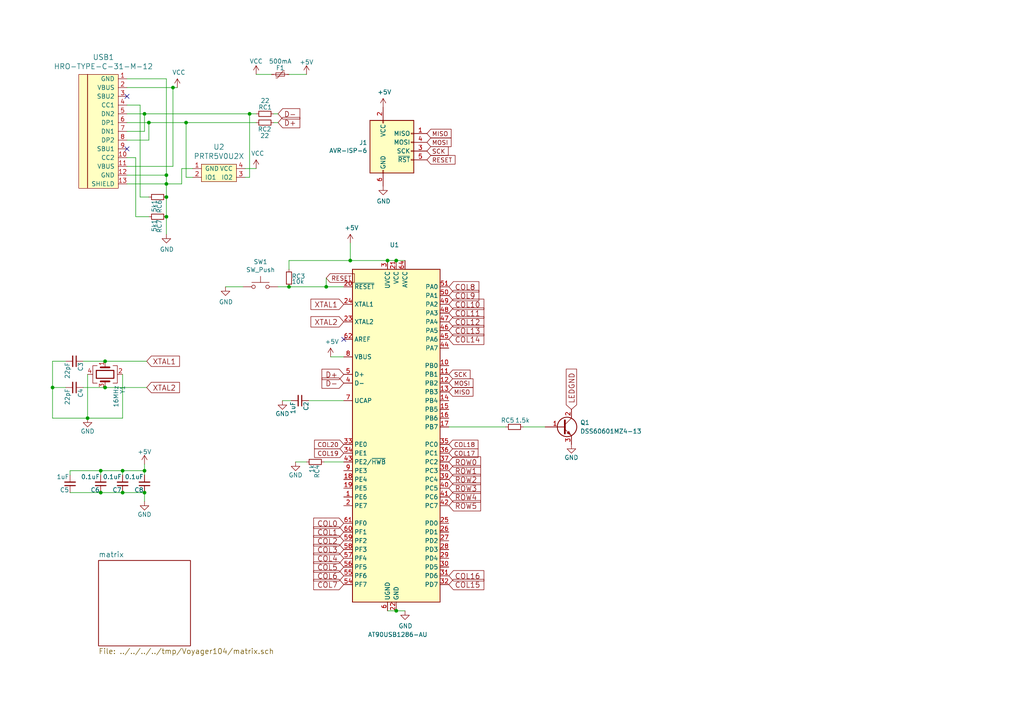
<source format=kicad_sch>
(kicad_sch (version 20230121) (generator eeschema)
  (paper "A4")
  (lib_symbols
    (symbol "Device:C_Small" (pin_numbers hide) (pin_names (offset 0.254) hide)
      (property "Reference" "C" (at 0.254 1.778 0))
      (property "Value" "C_Small" (at 0.254 -2.032 0))
      (symbol "C_Small_0_1"
        (polyline (pts (xy -1.524 -0.508) (xy 1.524 -0.508)) (stroke (width 0.3302)))
        (polyline (pts (xy -1.524 0.508) (xy 1.524 0.508)) (stroke (width 0.3048)))
      )
      (symbol "C_Small_1_1"
        (pin passive line (at 0 2.54 270) (length 2.032) (name "~") (number "1"))
        (pin passive line (at 0 -2.54 90) (length 2.032) (name "~") (number "2"))
      )
    )
    (symbol "Device:Crystal_GND24" (pin_names (offset 1.016) hide)
      (property "Reference" "Y" (at 3.175 5.08 0))
      (property "Value" "Crystal_GND24" (at 3.175 3.175 0))
      (symbol "Crystal_GND24_0_1"
        (rectangle (start -1.143 2.54) (end 1.143 -2.54) (stroke (width 0.3048)))
        (polyline (pts (xy -2.54 0) (xy -2.032 0)))
        (polyline (pts (xy -2.032 -1.27) (xy -2.032 1.27)) (stroke (width 0.508)))
        (polyline (pts (xy 0 -3.81) (xy 0 -3.556)))
        (polyline (pts (xy 0 3.556) (xy 0 3.81)))
        (polyline (pts (xy 2.032 -1.27) (xy 2.032 1.27)) (stroke (width 0.508)))
        (polyline (pts (xy 2.032 0) (xy 2.54 0)))
        (polyline (pts (xy -2.54 -2.286) (xy -2.54 -3.556) (xy 2.54 -3.556) (xy 2.54 -2.286)))
        (polyline (pts (xy -2.54 2.286) (xy -2.54 3.556) (xy 2.54 3.556) (xy 2.54 2.286)))
      )
      (symbol "Crystal_GND24_1_1"
        (pin passive line (at -3.81 0 0) (length 1.27) (name "1") (number "1"))
        (pin passive line (at 0 5.08 270) (length 1.27) (name "2") (number "2"))
        (pin passive line (at 3.81 0 180) (length 1.27) (name "3") (number "3"))
        (pin passive line (at 0 -5.08 90) (length 1.27) (name "4") (number "4"))
      )
    )
    (symbol "Device:Polyfuse_Small" (pin_numbers hide) (pin_names (offset 0))
      (property "Reference" "F" (at -1.905 0 90))
      (property "Value" "Polyfuse_Small" (at 1.905 0 90))
      (symbol "Polyfuse_Small_0_1"
        (rectangle (start -0.508 1.27) (end 0.508 -1.27))
        (polyline (pts (xy 0 2.54) (xy 0 -2.54)))
        (polyline (pts (xy -1.016 1.27) (xy -1.016 0.762) (xy 1.016 -0.762) (xy 1.016 -1.27)))
      )
      (symbol "Polyfuse_Small_1_1"
        (pin passive line (at 0 2.54 270) (length 0.635) (name "~") (number "1"))
        (pin passive line (at 0 -2.54 90) (length 0.635) (name "~") (number "2"))
      )
    )
    (symbol "Device:Q_NPN_BCE" (pin_names (offset 0) hide)
      (property "Reference" "Q" (at 5.08 1.27 0))
      (property "Value" "Q_NPN_BCE" (at 5.08 -1.27 0))
      (symbol "Q_NPN_BCE_0_1"
        (polyline (pts (xy 0.635 0.635) (xy 2.54 2.54)))
        (polyline (pts (xy 0.635 -0.635) (xy 2.54 -2.54) (xy 2.54 -2.54)))
        (polyline (pts (xy 0.635 1.905) (xy 0.635 -1.905) (xy 0.635 -1.905)) (stroke (width 0.508)))
        (polyline (pts (xy 1.27 -1.778) (xy 1.778 -1.27) (xy 2.286 -2.286) (xy 1.27 -1.778) (xy 1.27 -1.778)) (fill (type outline)))
        (circle (center 1.27 0) (radius 2.8194) (stroke (width 0.254)))
      )
      (symbol "Q_NPN_BCE_1_1"
        (pin input line (at -5.08 0 0) (length 5.715) (name "B") (number "1"))
        (pin passive line (at 2.54 5.08 270) (length 2.54) (name "C") (number "2"))
        (pin passive line (at 2.54 -5.08 90) (length 2.54) (name "E") (number "3"))
      )
    )
    (symbol "Device:R_Small" (pin_numbers hide) (pin_names (offset 0.254) hide)
      (property "Reference" "R" (at 0.762 0.508 0))
      (property "Value" "R_Small" (at 0.762 -1.016 0))
      (symbol "R_Small_0_1"
        (rectangle (start -0.762 1.778) (end 0.762 -1.778) (stroke (width 0.2032)))
      )
      (symbol "R_Small_1_1"
        (pin passive line (at 0 2.54 270) (length 0.762) (name "~") (number "1"))
        (pin passive line (at 0 -2.54 90) (length 0.762) (name "~") (number "2"))
      )
    )
    (symbol "Switch:SW_Push" (pin_numbers hide) (pin_names (offset 1.016) hide)
      (property "Reference" "SW" (at 1.27 2.54 0))
      (property "Value" "SW_Push" (at 0 -1.524 0))
      (symbol "SW_Push_0_1"
        (circle (center -2.032 0) (radius 0.508))
        (polyline (pts (xy 0 1.27) (xy 0 3.048)))
        (polyline (pts (xy 2.54 1.27) (xy -2.54 1.27)))
        (circle (center 2.032 0) (radius 0.508))
        (pin passive line (at -5.08 0 0) (length 2.54) (name "1") (number "1"))
        (pin passive line (at 5.08 0 180) (length 2.54) (name "2") (number "2"))
      )
    )
    (symbol "Voyager104-rescue:AT90USB1286-MU-MCU_Microchip_AVR"
      (property "Reference" "U" (at -12.7 49.53 0))
      (property "Value" "MCU_Microchip_AVR:AT90USB1286-MU" (at 2.54 -49.53 0))
      (symbol "AT90USB1286-MU-MCU_Microchip_AVR_0_1"
        (rectangle (start -12.7 -48.26) (end 12.7 48.26) (stroke (width 0.254)) (fill (type background)))
      )
      (symbol "AT90USB1286-MU-MCU_Microchip_AVR_1_1"
        (pin bidirectional line (at -15.24 -17.78 0) (length 2.54) (name "PE6") (number "1"))
        (pin bidirectional line (at 15.24 20.32 180) (length 2.54) (name "PB0") (number "10"))
        (pin bidirectional line (at 15.24 17.78 180) (length 2.54) (name "PB1") (number "11"))
        (pin bidirectional line (at 15.24 15.24 180) (length 2.54) (name "PB2") (number "12"))
        (pin bidirectional line (at 15.24 12.7 180) (length 2.54) (name "PB3") (number "13"))
        (pin bidirectional line (at 15.24 10.16 180) (length 2.54) (name "PB4") (number "14"))
        (pin bidirectional line (at 15.24 7.62 180) (length 2.54) (name "PB5") (number "15"))
        (pin bidirectional line (at 15.24 5.08 180) (length 2.54) (name "PB6") (number "16"))
        (pin bidirectional line (at 15.24 2.54 180) (length 2.54) (name "PB7") (number "17"))
        (pin bidirectional line (at -15.24 -12.7 0) (length 2.54) (name "PE4") (number "18"))
        (pin bidirectional line (at -15.24 -15.24 0) (length 2.54) (name "PE5") (number "19"))
        (pin bidirectional line (at -15.24 -20.32 0) (length 2.54) (name "PE7") (number "2"))
        (pin input line (at -15.24 43.18 0) (length 2.54) (name "~{RESET}") (number "20"))
        (pin power_in line (at 0 50.8 270) (length 2.54) (name "VCC") (number "21"))
        (pin power_in line (at 0 -50.8 90) (length 2.54) (name "GND") (number "22"))
        (pin bidirectional line (at -15.24 33.02 0) (length 2.54) (name "XTAL2") (number "23"))
        (pin bidirectional line (at -15.24 38.1 0) (length 2.54) (name "XTAL1") (number "24"))
        (pin bidirectional line (at 15.24 -25.4 180) (length 2.54) (name "PD0") (number "25"))
        (pin bidirectional line (at 15.24 -27.94 180) (length 2.54) (name "PD1") (number "26"))
        (pin bidirectional line (at 15.24 -30.48 180) (length 2.54) (name "PD2") (number "27"))
        (pin bidirectional line (at 15.24 -33.02 180) (length 2.54) (name "PD3") (number "28"))
        (pin bidirectional line (at 15.24 -35.56 180) (length 2.54) (name "PD4") (number "29"))
        (pin power_in line (at -2.54 50.8 270) (length 2.54) (name "UVCC") (number "3"))
        (pin bidirectional line (at 15.24 -38.1 180) (length 2.54) (name "PD5") (number "30"))
        (pin bidirectional line (at 15.24 -40.64 180) (length 2.54) (name "PD6") (number "31"))
        (pin bidirectional line (at 15.24 -43.18 180) (length 2.54) (name "PD7") (number "32"))
        (pin bidirectional line (at -15.24 -2.54 0) (length 2.54) (name "PE0") (number "33"))
        (pin bidirectional line (at -15.24 -5.08 0) (length 2.54) (name "PE1") (number "34"))
        (pin bidirectional line (at 15.24 -2.54 180) (length 2.54) (name "PC0") (number "35"))
        (pin bidirectional line (at 15.24 -5.08 180) (length 2.54) (name "PC1") (number "36"))
        (pin bidirectional line (at 15.24 -7.62 180) (length 2.54) (name "PC2") (number "37"))
        (pin bidirectional line (at 15.24 -10.16 180) (length 2.54) (name "PC3") (number "38"))
        (pin bidirectional line (at 15.24 -12.7 180) (length 2.54) (name "PC4") (number "39"))
        (pin bidirectional line (at -15.24 15.24 0) (length 2.54) (name "D-") (number "4"))
        (pin bidirectional line (at 15.24 -15.24 180) (length 2.54) (name "PC5") (number "40"))
        (pin bidirectional line (at 15.24 -17.78 180) (length 2.54) (name "PC6") (number "41"))
        (pin bidirectional line (at 15.24 -20.32 180) (length 2.54) (name "PC7") (number "42"))
        (pin bidirectional line (at -15.24 -7.62 0) (length 2.54) (name "PE2/~{HWB}") (number "43"))
        (pin bidirectional line (at 15.24 25.4 180) (length 2.54) (name "PA7") (number "44"))
        (pin bidirectional line (at 15.24 27.94 180) (length 2.54) (name "PA6") (number "45"))
        (pin bidirectional line (at 15.24 30.48 180) (length 2.54) (name "PA5") (number "46"))
        (pin bidirectional line (at 15.24 33.02 180) (length 2.54) (name "PA4") (number "47"))
        (pin bidirectional line (at 15.24 35.56 180) (length 2.54) (name "PA3") (number "48"))
        (pin bidirectional line (at 15.24 38.1 180) (length 2.54) (name "PA2") (number "49"))
        (pin bidirectional line (at -15.24 17.78 0) (length 2.54) (name "D+") (number "5"))
        (pin bidirectional line (at 15.24 40.64 180) (length 2.54) (name "PA1") (number "50"))
        (pin bidirectional line (at 15.24 43.18 180) (length 2.54) (name "PA0") (number "51"))
        (pin passive line (at 0 50.8 270) (length 2.54) hide (name "VCC") (number "52"))
        (pin passive line (at 0 -50.8 90) (length 2.54) hide (name "GND") (number "53"))
        (pin bidirectional line (at -15.24 -43.18 0) (length 2.54) (name "PF7") (number "54"))
        (pin bidirectional line (at -15.24 -40.64 0) (length 2.54) (name "PF6") (number "55"))
        (pin bidirectional line (at -15.24 -38.1 0) (length 2.54) (name "PF5") (number "56"))
        (pin bidirectional line (at -15.24 -35.56 0) (length 2.54) (name "PF4") (number "57"))
        (pin bidirectional line (at -15.24 -33.02 0) (length 2.54) (name "PF3") (number "58"))
        (pin bidirectional line (at -15.24 -30.48 0) (length 2.54) (name "PF2") (number "59"))
        (pin power_in line (at -2.54 -50.8 90) (length 2.54) (name "UGND") (number "6"))
        (pin bidirectional line (at -15.24 -27.94 0) (length 2.54) (name "PF1") (number "60"))
        (pin bidirectional line (at -15.24 -25.4 0) (length 2.54) (name "PF0") (number "61"))
        (pin input line (at -15.24 27.94 0) (length 2.54) (name "AREF") (number "62"))
        (pin passive line (at 0 -50.8 90) (length 2.54) hide (name "GND") (number "63"))
        (pin power_in line (at 2.54 50.8 270) (length 2.54) (name "AVCC") (number "64"))
        (pin passive line (at 0 -50.8 90) (length 2.54) hide (name "GND") (number "65"))
        (pin passive line (at -15.24 10.16 0) (length 2.54) (name "UCAP") (number "7"))
        (pin input line (at -15.24 22.86 0) (length 2.54) (name "VBUS") (number "8"))
        (pin bidirectional line (at -15.24 -10.16 0) (length 2.54) (name "PE3") (number "9"))
      )
    )
    (symbol "Voyager104-rescue:AVR-ISP-6-Connector" (pin_names (offset 1.016))
      (property "Reference" "J" (at 0 10.16 0))
      (property "Value" "Connector:AVR-ISP-6" (at 0 -7.62 0))
      (symbol "AVR-ISP-6-Connector_0_1"
        (rectangle (start -2.667 -5.588) (end -2.413 -6.35))
        (rectangle (start -2.667 8.89) (end -2.413 8.128))
        (rectangle (start 6.35 -2.413) (end 5.588 -2.667))
        (rectangle (start 6.35 0.127) (end 5.588 -0.127))
        (rectangle (start 6.35 2.667) (end 5.588 2.413))
        (rectangle (start 6.35 5.207) (end 5.588 4.953))
        (rectangle (start 6.35 8.89) (end -6.35 -6.35) (stroke (width 0.254)) (fill (type background)))
      )
      (symbol "AVR-ISP-6-Connector_1_1"
        (pin passive line (at 10.16 5.08 180) (length 3.81) (name "MISO") (number "1"))
        (pin power_in line (at -2.54 12.7 270) (length 3.81) (name "VCC") (number "2"))
        (pin passive line (at 10.16 0 180) (length 3.81) (name "SCK") (number "3"))
        (pin passive line (at 10.16 2.54 180) (length 3.81) (name "MOSI") (number "4"))
        (pin passive line (at 10.16 -2.54 180) (length 3.81) (name "~{RST}") (number "5"))
        (pin power_in line (at -2.54 -10.16 90) (length 3.81) (name "GND") (number "6"))
      )
    )
    (symbol "Voyager104-rescue:HRO-TYPE-C-31-M-12-Type-C" (pin_names (offset 1.016))
      (property "Reference" "USB" (at -5.08 16.51 0))
      (property "Value" "Type-C:HRO-TYPE-C-31-M-12" (at -10.16 -1.27 90))
      (symbol "HRO-TYPE-C-31-M-12-Type-C_0_1"
        (rectangle (start -11.43 15.24) (end -8.89 -17.78) (fill (type background)))
        (rectangle (start 0 -17.78) (end -8.89 15.24) (fill (type background)))
      )
      (symbol "HRO-TYPE-C-31-M-12-Type-C_1_1"
        (pin input line (at 2.54 13.97 180) (length 2.54) (name "GND") (number "1"))
        (pin input line (at 2.54 -8.89 180) (length 2.54) (name "CC2") (number "10"))
        (pin input line (at 2.54 -11.43 180) (length 2.54) (name "VBUS") (number "11"))
        (pin input line (at 2.54 -13.97 180) (length 2.54) (name "GND") (number "12"))
        (pin input line (at 2.54 -16.51 180) (length 2.54) (name "SHIELD") (number "13"))
        (pin input line (at 2.54 11.43 180) (length 2.54) (name "VBUS") (number "2"))
        (pin input line (at 2.54 8.89 180) (length 2.54) (name "SBU2") (number "3"))
        (pin input line (at 2.54 6.35 180) (length 2.54) (name "CC1") (number "4"))
        (pin input line (at 2.54 3.81 180) (length 2.54) (name "DN2") (number "5"))
        (pin input line (at 2.54 1.27 180) (length 2.54) (name "DP1") (number "6"))
        (pin input line (at 2.54 -1.27 180) (length 2.54) (name "DN1") (number "7"))
        (pin input line (at 2.54 -3.81 180) (length 2.54) (name "DP2") (number "8"))
        (pin input line (at 2.54 -6.35 180) (length 2.54) (name "SBU1") (number "9"))
      )
    )
    (symbol "ai03-locallib:PRTR5V0U2X" (pin_names (offset 1.016))
      (property "Reference" "U" (at 0 3.81 0))
      (property "Value" "PRTR5V0U2X" (at 0 -3.81 0))
      (symbol "PRTR5V0U2X_0_1"
        (rectangle (start -5.08 2.54) (end 5.08 -2.54) (fill (type background)))
      )
      (symbol "PRTR5V0U2X_1_1"
        (pin input line (at -7.62 1.27 0) (length 2.54) (name "GND") (number "1"))
        (pin input line (at -7.62 -1.27 0) (length 2.54) (name "IO1") (number "2"))
        (pin input line (at 7.62 -1.27 180) (length 2.54) (name "IO2") (number "3"))
        (pin input line (at 7.62 1.27 180) (length 2.54) (name "VCC") (number "4"))
      )
    )
    (symbol "power:+5V" (power) (pin_names (offset 0))
      (property "Value" "+5V" (at 0 3.556 0))
      (symbol "+5V_0_1"
        (polyline (pts (xy -0.762 1.27) (xy 0 2.54)))
        (polyline (pts (xy 0 0) (xy 0 2.54)))
        (polyline (pts (xy 0 2.54) (xy 0.762 1.27)))
      )
      (symbol "+5V_1_1"
        (pin power_in line (at 0 0 90) (length 0) hide (name "+5V") (number "1"))
      )
    )
    (symbol "power:GND" (power) (pin_names (offset 0))
      (property "Value" "GND" (at 0 -3.81 0))
      (symbol "GND_0_1"
        (polyline (pts (xy 0 0) (xy 0 -1.27) (xy 1.27 -1.27) (xy 0 -2.54) (xy -1.27 -1.27) (xy 0 -1.27)))
      )
      (symbol "GND_1_1"
        (pin power_in line (at 0 0 270) (length 0) hide (name "GND") (number "1"))
      )
    )
    (symbol "power:VCC" (power) (pin_names (offset 0))
      (property "Value" "VCC" (at 0 3.81 0))
      (symbol "VCC_0_1"
        (polyline (pts (xy -0.762 1.27) (xy 0 2.54)))
        (polyline (pts (xy 0 0) (xy 0 2.54)))
        (polyline (pts (xy 0 2.54) (xy 0.762 1.27)))
      )
      (symbol "VCC_1_1"
        (pin power_in line (at 0 0 90) (length 0) hide (name "VCC") (number "1"))
      )
    )
  )
  (junction (at 48.26 57.15))
  (junction (at 50.165 25.4))
  (junction (at 112.395 75.565))
  (junction (at 15.24 112.395))
  (junction (at 48.26 50.8))
  (junction (at 29.21 136.525))
  (junction (at 114.935 177.165))
  (junction (at 25.4 121.285))
  (junction (at 35.56 136.525))
  (junction (at 101.6 75.565))
  (junction (at 48.26 53.34))
  (junction (at 30.48 104.775))
  (junction (at 114.935 75.565))
  (junction (at 41.91 142.875))
  (junction (at 41.91 136.525))
  (junction (at 43.18 35.56))
  (junction (at 83.82 83.185))
  (junction (at 30.48 112.395))
  (junction (at 72.39 33.02))
  (junction (at 41.91 33.02))
  (junction (at 53.975 35.56))
  (junction (at 29.21 142.875))
  (junction (at 94.615 83.185))
  (junction (at 48.26 62.865))
  (junction (at 35.56 142.875))
  (no_connect (at 36.83 43.18))
  (no_connect (at 36.83 27.94))
  (no_connect (at 99.695 98.425))
  (wire (pts (xy 43.18 35.56) (xy 53.975 35.56)))
  (wire (pts (xy 36.83 45.72) (xy 39.37 45.72)))
  (wire (pts (xy 72.39 33.02) (xy 74.295 33.02)))
  (wire (pts (xy 117.475 177.165) (xy 114.935 177.165)))
  (wire (pts (xy 15.24 121.285) (xy 25.4 121.285)))
  (wire (pts (xy 29.21 142.875) (xy 35.56 142.875)))
  (wire (pts (xy 74.295 21.59) (xy 78.74 21.59)))
  (wire (pts (xy 83.82 83.185) (xy 94.615 83.185)))
  (wire (pts (xy 30.48 112.395) (xy 42.545 112.395)))
  (wire (pts (xy 48.26 62.865) (xy 48.26 67.945)))
  (wire (pts (xy 83.82 21.59) (xy 88.9 21.59)))
  (wire (pts (xy 94.615 80.645) (xy 94.615 83.185)))
  (wire (pts (xy 40.64 57.15) (xy 40.64 30.48)))
  (wire (pts (xy 80.645 83.185) (xy 83.82 83.185)))
  (wire (pts (xy 74.295 48.895) (xy 71.12 48.895)))
  (wire (pts (xy 41.91 134.62) (xy 41.91 136.525)))
  (wire (pts (xy 101.6 75.565) (xy 112.395 75.565)))
  (wire (pts (xy 53.975 35.56) (xy 74.295 35.56)))
  (wire (pts (xy 15.24 104.775) (xy 15.24 112.395)))
  (wire (pts (xy 48.26 53.34) (xy 48.26 50.8)))
  (wire (pts (xy 35.56 136.525) (xy 41.91 136.525)))
  (wire (pts (xy 35.56 136.525) (xy 35.56 137.795)))
  (wire (pts (xy 52.705 53.34) (xy 52.705 48.895)))
  (wire (pts (xy 53.975 51.435) (xy 53.975 35.56)))
  (wire (pts (xy 41.91 136.525) (xy 41.91 137.795)))
  (wire (pts (xy 146.685 123.825) (xy 130.175 123.825)))
  (wire (pts (xy 36.83 22.86) (xy 48.26 22.86)))
  (wire (pts (xy 36.83 53.34) (xy 48.26 53.34)))
  (wire (pts (xy 55.88 51.435) (xy 53.975 51.435)))
  (wire (pts (xy 25.4 121.285) (xy 25.4 108.585)))
  (wire (pts (xy 39.37 62.865) (xy 43.18 62.865)))
  (wire (pts (xy 114.935 75.565) (xy 117.475 75.565)))
  (wire (pts (xy 36.83 40.64) (xy 43.18 40.64)))
  (wire (pts (xy 79.375 33.02) (xy 80.645 33.02)))
  (wire (pts (xy 52.705 48.895) (xy 55.88 48.895)))
  (wire (pts (xy 43.18 35.56) (xy 36.83 35.56)))
  (wire (pts (xy 80.645 35.56) (xy 79.375 35.56)))
  (wire (pts (xy 101.6 75.565) (xy 83.82 75.565)))
  (wire (pts (xy 36.83 33.02) (xy 41.91 33.02)))
  (wire (pts (xy 15.24 112.395) (xy 15.24 121.285)))
  (wire (pts (xy 88.9 133.985) (xy 85.725 133.985)))
  (wire (pts (xy 72.39 51.435) (xy 72.39 33.02)))
  (wire (pts (xy 29.21 136.525) (xy 29.21 137.795)))
  (wire (pts (xy 25.4 121.285) (xy 35.56 121.285)))
  (wire (pts (xy 81.915 116.205) (xy 84.455 116.205)))
  (wire (pts (xy 41.91 142.875) (xy 41.91 145.415)))
  (wire (pts (xy 151.765 123.825) (xy 158.115 123.825)))
  (wire (pts (xy 112.395 75.565) (xy 114.935 75.565)))
  (wire (pts (xy 43.18 40.64) (xy 43.18 35.56)))
  (wire (pts (xy 30.48 104.775) (xy 42.545 104.775)))
  (wire (pts (xy 48.26 57.15) (xy 48.26 62.865)))
  (wire (pts (xy 48.26 50.8) (xy 36.83 50.8)))
  (wire (pts (xy 94.615 83.185) (xy 99.695 83.185)))
  (wire (pts (xy 48.26 53.34) (xy 48.26 57.15)))
  (wire (pts (xy 51.435 25.4) (xy 50.165 25.4)))
  (wire (pts (xy 48.26 53.34) (xy 52.705 53.34)))
  (wire (pts (xy 95.885 103.505) (xy 99.695 103.505)))
  (wire (pts (xy 48.26 22.86) (xy 48.26 50.8)))
  (wire (pts (xy 50.165 48.26) (xy 50.165 25.4)))
  (wire (pts (xy 101.6 70.485) (xy 101.6 75.565)))
  (wire (pts (xy 29.21 136.525) (xy 35.56 136.525)))
  (wire (pts (xy 71.12 51.435) (xy 72.39 51.435)))
  (wire (pts (xy 35.56 142.875) (xy 41.91 142.875)))
  (wire (pts (xy 19.05 104.775) (xy 15.24 104.775)))
  (wire (pts (xy 24.13 112.395) (xy 30.48 112.395)))
  (wire (pts (xy 35.56 121.285) (xy 35.56 108.585)))
  (wire (pts (xy 24.13 104.775) (xy 30.48 104.775)))
  (wire (pts (xy 41.91 33.02) (xy 41.91 38.1)))
  (wire (pts (xy 114.935 177.165) (xy 112.395 177.165)))
  (wire (pts (xy 40.64 57.15) (xy 43.18 57.15)))
  (wire (pts (xy 70.485 83.185) (xy 65.405 83.185)))
  (wire (pts (xy 89.535 116.205) (xy 99.695 116.205)))
  (wire (pts (xy 39.37 45.72) (xy 39.37 62.865)))
  (wire (pts (xy 20.32 142.875) (xy 29.21 142.875)))
  (wire (pts (xy 50.165 25.4) (xy 36.83 25.4)))
  (wire (pts (xy 41.91 33.02) (xy 72.39 33.02)))
  (wire (pts (xy 15.24 112.395) (xy 19.05 112.395)))
  (wire (pts (xy 36.83 48.26) (xy 50.165 48.26)))
  (wire (pts (xy 83.82 75.565) (xy 83.82 78.105)))
  (wire (pts (xy 93.98 133.985) (xy 99.695 133.985)))
  (wire (pts (xy 20.32 136.525) (xy 29.21 136.525)))
  (wire (pts (xy 41.91 38.1) (xy 36.83 38.1)))
  (wire (pts (xy 40.64 30.48) (xy 36.83 30.48)))
  (wire (pts (xy 20.32 136.525) (xy 20.32 137.795)))
  (global_label "LEDGND" (shape input) (at 165.735 118.745 90) (effects (font (size 1.524 1.524))) (property "Intersheetrefs" "${INTERSHEET_REFS}" (effects hide)))
  (global_label "COL11" (shape input) (at 130.175 90.805 0) (effects (font (size 1.524 1.524))) (property "Intersheetrefs" "${INTERSHEET_REFS}" (effects hide)))
  (global_label "COL14" (shape input) (at 130.175 98.425 0) (effects (font (size 1.524 1.524))) (property "Intersheetrefs" "${INTERSHEET_REFS}" (effects hide)))
  (global_label "COL2" (shape input) (at 99.695 156.845 180) (effects (font (size 1.524 1.524))) (property "Intersheetrefs" "${INTERSHEET_REFS}" (effects hide)))
  (global_label "ROW3" (shape input) (at 130.175 141.605 0) (effects (font (size 1.524 1.524))) (property "Intersheetrefs" "${INTERSHEET_REFS}" (effects hide)))
  (global_label "D-" (shape input) (at 99.695 111.125 180) (effects (font (size 1.524 1.524))) (property "Intersheetrefs" "${INTERSHEET_REFS}" (effects hide)))
  (global_label "MISO" (shape input) (at 130.175 113.665 0) (property "Intersheetrefs" "${INTERSHEET_REFS}" (effects hide)))
  (global_label "COL16" (shape input) (at 130.175 167.005 0) (effects (font (size 1.524 1.524))) (property "Intersheetrefs" "${INTERSHEET_REFS}" (effects hide)))
  (global_label "D+" (shape input) (at 99.695 108.585 180) (effects (font (size 1.524 1.524))) (property "Intersheetrefs" "${INTERSHEET_REFS}" (effects hide)))
  (global_label "ROW2" (shape input) (at 130.175 139.065 0) (effects (font (size 1.524 1.524))) (property "Intersheetrefs" "${INTERSHEET_REFS}" (effects hide)))
  (global_label "COL9" (shape input) (at 130.175 85.725 0) (effects (font (size 1.524 1.524))) (property "Intersheetrefs" "${INTERSHEET_REFS}" (effects hide)))
  (global_label "COL6" (shape input) (at 99.695 167.005 180) (effects (font (size 1.524 1.524))) (property "Intersheetrefs" "${INTERSHEET_REFS}" (effects hide)))
  (global_label "COL12" (shape input) (at 130.175 93.345 0) (effects (font (size 1.524 1.524))) (property "Intersheetrefs" "${INTERSHEET_REFS}" (effects hide)))
  (global_label "ROW0" (shape input) (at 130.175 133.985 0) (effects (font (size 1.524 1.524))) (property "Intersheetrefs" "${INTERSHEET_REFS}" (effects hide)))
  (global_label "COL19" (shape input) (at 99.695 131.445 180) (property "Intersheetrefs" "${INTERSHEET_REFS}" (effects hide)))
  (global_label "COL3" (shape input) (at 99.695 159.385 180) (effects (font (size 1.524 1.524))) (property "Intersheetrefs" "${INTERSHEET_REFS}" (effects hide)))
  (global_label "MOSI" (shape input) (at 130.175 111.125 0) (property "Intersheetrefs" "${INTERSHEET_REFS}" (effects hide)))
  (global_label "XTAL1" (shape input) (at 99.695 88.265 180) (effects (font (size 1.524 1.524))) (property "Intersheetrefs" "${INTERSHEET_REFS}" (effects hide)))
  (global_label "ROW5" (shape input) (at 130.175 146.685 0) (effects (font (size 1.524 1.524))) (property "Intersheetrefs" "${INTERSHEET_REFS}" (effects hide)))
  (global_label "MISO" (shape input) (at 123.825 38.735 0) (property "Intersheetrefs" "${INTERSHEET_REFS}" (effects hide)))
  (global_label "ROW1" (shape input) (at 130.175 136.525 0) (effects (font (size 1.524 1.524))) (property "Intersheetrefs" "${INTERSHEET_REFS}" (effects hide)))
  (global_label "XTAL1" (shape input) (at 42.545 104.775 0) (effects (font (size 1.524 1.524))) (property "Intersheetrefs" "${INTERSHEET_REFS}" (effects hide)))
  (global_label "COL17" (shape input) (at 130.175 131.445 0) (property "Intersheetrefs" "${INTERSHEET_REFS}" (effects hide)))
  (global_label "COL13" (shape input) (at 130.175 95.885 0) (effects (font (size 1.524 1.524))) (property "Intersheetrefs" "${INTERSHEET_REFS}" (effects hide)))
  (global_label "COL10" (shape input) (at 130.175 88.265 0) (effects (font (size 1.524 1.524))) (property "Intersheetrefs" "${INTERSHEET_REFS}" (effects hide)))
  (global_label "COL0" (shape input) (at 99.695 151.765 180) (effects (font (size 1.524 1.524))) (property "Intersheetrefs" "${INTERSHEET_REFS}" (effects hide)))
  (global_label "MOSI" (shape input) (at 123.825 41.275 0) (property "Intersheetrefs" "${INTERSHEET_REFS}" (effects hide)))
  (global_label "COL1" (shape input) (at 99.695 154.305 180) (effects (font (size 1.524 1.524))) (property "Intersheetrefs" "${INTERSHEET_REFS}" (effects hide)))
  (global_label "COL15" (shape input) (at 130.175 169.545 0) (effects (font (size 1.524 1.524))) (property "Intersheetrefs" "${INTERSHEET_REFS}" (effects hide)))
  (global_label "RESET" (shape input) (at 123.825 46.355 0) (property "Intersheetrefs" "${INTERSHEET_REFS}" (effects hide)))
  (global_label "COL18" (shape input) (at 130.175 128.905 0) (property "Intersheetrefs" "${INTERSHEET_REFS}" (effects hide)))
  (global_label "SCK" (shape input) (at 123.825 43.815 0) (property "Intersheetrefs" "${INTERSHEET_REFS}" (effects hide)))
  (global_label "D-" (shape input) (at 80.645 33.02 0) (effects (font (size 1.524 1.524))) (property "Intersheetrefs" "${INTERSHEET_REFS}" (effects hide)))
  (global_label "COL5" (shape input) (at 99.695 164.465 180) (effects (font (size 1.524 1.524))) (property "Intersheetrefs" "${INTERSHEET_REFS}" (effects hide)))
  (global_label "COL7" (shape input) (at 99.695 169.545 180) (effects (font (size 1.524 1.524))) (property "Intersheetrefs" "${INTERSHEET_REFS}" (effects hide)))
  (global_label "XTAL2" (shape input) (at 42.545 112.395 0) (effects (font (size 1.524 1.524))) (property "Intersheetrefs" "${INTERSHEET_REFS}" (effects hide)))
  (global_label "RESET" (shape input) (at 94.615 80.645 0) (property "Intersheetrefs" "${INTERSHEET_REFS}" (effects hide)))
  (global_label "COL8" (shape input) (at 130.175 83.185 0) (effects (font (size 1.524 1.524))) (property "Intersheetrefs" "${INTERSHEET_REFS}" (effects hide)))
  (global_label "SCK" (shape input) (at 130.175 108.585 0) (property "Intersheetrefs" "${INTERSHEET_REFS}" (effects hide)))
  (global_label "D+" (shape input) (at 80.645 35.56 0) (effects (font (size 1.524 1.524))) (property "Intersheetrefs" "${INTERSHEET_REFS}" (effects hide)))
  (global_label "XTAL2" (shape input) (at 99.695 93.345 180) (effects (font (size 1.524 1.524))) (property "Intersheetrefs" "${INTERSHEET_REFS}" (effects hide)))
  (global_label "COL20" (shape input) (at 99.695 128.905 180) (property "Intersheetrefs" "${INTERSHEET_REFS}" (effects hide)))
  (global_label "COL4" (shape input) (at 99.695 161.925 180) (effects (font (size 1.524 1.524))) (property "Intersheetrefs" "${INTERSHEET_REFS}" (effects hide)))
  (global_label "ROW4" (shape input) (at 130.175 144.145 0) (effects (font (size 1.524 1.524))) (property "Intersheetrefs" "${INTERSHEET_REFS}" (effects hide)))
  (symbol (lib_id "Device:Polyfuse_Small") (at 81.28 21.59 270) (unit 1)
    (property "Reference" "F1" (at 81.28 19.685 90))
    (property "Value" "500mA" (at 81.28 17.78 90))
    (property "Footprint" "Fuse_Holders_and_Fuses:Fuse_SMD1206_Reflow" (effects hide))
  )
  (symbol (lib_id "power:+5V") (at 88.9 21.59 0) (unit 1)
    (property "Reference" "#PWR01" (effects hide))
    (property "Value" "+5V" (at 88.9 18.034 0))
  )
  (symbol (lib_id "Device:R_Small") (at 76.835 33.02 270) (unit 1)
    (property "Reference" "RC1" (at 74.93 31.115 90) (effects (justify left)))
    (property "Value" "22" (at 75.565 29.21 90) (effects (justify left)))
    (property "Footprint" "Resistors_SMD:R_0603" (effects hide))
  )
  (symbol (lib_id "Device:R_Small") (at 76.835 35.56 90) (unit 1)
    (property "Reference" "RC2" (at 78.74 37.465 90) (effects (justify left)))
    (property "Value" "22" (at 78.105 39.37 90) (effects (justify left)))
    (property "Footprint" "Resistors_SMD:R_0603" (effects hide))
  )
  (symbol (lib_id "Device:Q_NPN_BCE") (at 163.195 123.825 0) (unit 1)
    (property "Reference" "Q1" (at 168.275 122.555 0) (effects (justify left)))
    (property "Value" "DSS60601MZ4-13" (at 168.275 125.095 0) (effects (justify left)))
    (property "Footprint" "TO_SOT_Packages_SMD:SOT-223-3_TabPin2" (effects hide))
  )
  (symbol (lib_id "power:GND") (at 165.735 128.905 0) (unit 1)
    (property "Reference" "#PWR02" (effects hide))
    (property "Value" "GND" (at 165.735 132.715 0))
  )
  (symbol (lib_id "Device:R_Small") (at 149.225 123.825 90) (unit 1)
    (property "Reference" "RC5" (at 149.225 121.92 90) (effects (justify left)))
    (property "Value" "1.5k" (at 153.67 121.92 90) (effects (justify left)))
    (property "Footprint" "Resistors_SMD:R_0603" (effects hide))
  )
  (symbol (lib_id "power:VCC") (at 74.295 21.59 0) (unit 1)
    (property "Reference" "#PWR03" (effects hide))
    (property "Value" "VCC" (at 74.295 17.78 0))
  )
  (symbol (lib_id "Voyager104-rescue:AT90USB1286-MU-MCU_Microchip_AVR") (at 114.935 126.365 0) (unit 1)
    (property "Reference" "U1" (at 113.03 71.755 0) (effects (justify left bottom)))
    (property "Value" "AT90USB1286-AU" (at 106.68 184.785 0) (effects (justify left bottom)))
    (property "Footprint" "Housings_DFN_QFN:QFN-64-1EP_9x9mm_Pitch0.5mm" (effects hide))
    (property "Datasheet" "8.69 USD" (effects hide))
    (property "Field4" "TQFP-64 Microchip" (effects hide))
    (property "Field5" "Microchip" (effects hide))
    (property "Field6" "Embedded microcontroller AT90USB1286-AU TQFP 64 _14x14_ Microchip Technology 8-Bit 16 MHz I/O number 48" (effects hide))
    (property "Field7" "Good" (effects hide))
    (property "Field8" "AT90USB1286-AU" (effects hide))
  )
  (symbol (lib_id "Device:R_Small") (at 83.82 80.645 0) (unit 1)
    (property "Reference" "RC3" (at 84.582 80.137 0) (effects (justify left)))
    (property "Value" "10k" (at 84.582 81.661 0) (effects (justify left)))
    (property "Footprint" "Resistors_SMD:R_0603" (effects hide))
  )
  (symbol (lib_id "Device:C_Small") (at 86.995 116.205 270) (unit 1)
    (property "Reference" "C2" (at 88.773 116.459 0) (effects (justify left)))
    (property "Value" "1uF" (at 84.963 116.459 0) (effects (justify left)))
    (property "Footprint" "Capacitors_SMD:C_0603" (effects hide))
  )
  (symbol (lib_id "power:GND") (at 81.915 116.205 0) (unit 1)
    (property "Reference" "#PWR08" (effects hide))
    (property "Value" "GND" (at 81.915 120.015 0))
  )
  (symbol (lib_id "Device:Crystal_GND24") (at 30.48 108.585 270) (unit 1)
    (property "Reference" "Y1" (at 35.56 111.76 0) (effects (justify left)))
    (property "Value" "16MHz" (at 33.655 111.76 0) (effects (justify left)))
    (property "Footprint" "Crystals:Crystal_SMD_3225-4pin_3.2x2.5mm" (effects hide))
  )
  (symbol (lib_id "power:GND") (at 25.4 121.285 0) (unit 1)
    (property "Reference" "#PWR09" (effects hide))
    (property "Value" "GND" (at 25.4 125.095 0))
  )
  (symbol (lib_id "Device:C_Small") (at 21.59 104.775 270) (unit 1)
    (property "Reference" "C3" (at 23.368 105.029 0) (effects (justify left)))
    (property "Value" "22pF" (at 19.558 105.029 0) (effects (justify left)))
    (property "Footprint" "Capacitors_SMD:C_0603" (effects hide))
  )
  (symbol (lib_id "Device:C_Small") (at 21.59 112.395 270) (unit 1)
    (property "Reference" "C4" (at 23.368 112.649 0) (effects (justify left)))
    (property "Value" "22pF" (at 19.558 112.649 0) (effects (justify left)))
    (property "Footprint" "Capacitors_SMD:C_0603" (effects hide))
  )
  (symbol (lib_id "Device:R_Small") (at 91.44 133.985 270) (unit 1)
    (property "Reference" "RC4" (at 91.948 134.747 0) (effects (justify left)))
    (property "Value" "1k" (at 90.424 134.747 0) (effects (justify left)))
    (property "Footprint" "Resistors_SMD:R_0603" (effects hide))
  )
  (symbol (lib_id "power:GND") (at 85.725 133.985 0) (unit 1)
    (property "Reference" "#PWR011" (effects hide))
    (property "Value" "GND" (at 85.725 137.795 0))
  )
  (symbol (lib_id "Device:C_Small") (at 29.21 140.335 180) (unit 1)
    (property "Reference" "C6" (at 28.956 142.113 0) (effects (justify left)))
    (property "Value" "0.1uF" (at 28.956 138.303 0) (effects (justify left)))
    (property "Footprint" "Capacitors_SMD:C_0603" (effects hide))
  )
  (symbol (lib_id "Device:C_Small") (at 35.56 140.335 180) (unit 1)
    (property "Reference" "C7" (at 35.306 142.113 0) (effects (justify left)))
    (property "Value" "0.1uF" (at 35.306 138.303 0) (effects (justify left)))
    (property "Footprint" "Capacitors_SMD:C_0603" (effects hide))
  )
  (symbol (lib_id "Device:C_Small") (at 41.91 140.335 180) (unit 1)
    (property "Reference" "C8" (at 41.656 142.113 0) (effects (justify left)))
    (property "Value" "0.1uF" (at 41.656 138.303 0) (effects (justify left)))
    (property "Footprint" "Capacitors_SMD:C_0603" (effects hide))
  )
  (symbol (lib_id "Device:C_Small") (at 20.32 140.335 180) (unit 1)
    (property "Reference" "C5" (at 20.066 142.113 0) (effects (justify left)))
    (property "Value" "1uF" (at 20.066 138.303 0) (effects (justify left)))
    (property "Footprint" "Capacitors_SMD:C_0603" (effects hide))
  )
  (symbol (lib_id "power:GND") (at 41.91 145.415 0) (unit 1)
    (property "Reference" "#PWR012" (effects hide))
    (property "Value" "GND" (at 41.91 149.225 0))
  )
  (symbol (lib_id "power:+5V") (at 41.91 134.62 0) (unit 1)
    (property "Reference" "#PWR013" (effects hide))
    (property "Value" "+5V" (at 41.91 131.064 0))
  )
  (symbol (lib_id "Voyager104-rescue:AVR-ISP-6-Connector") (at 113.665 43.815 0) (unit 1)
    (property "Reference" "J1" (at 106.553 41.3766 0) (effects (justify right)))
    (property "Value" "AVR-ISP-6" (at 106.553 43.688 0) (effects (justify right)))
    (property "Footprint" "random-keyboard-parts:Reset_Pretty-Mask" (effects hide))
    (property "Datasheet" " ~" (effects hide))
  )
  (symbol (lib_id "power:+5V") (at 111.125 31.115 0) (unit 1)
    (property "Reference" "#PWR0101" (effects hide))
    (property "Value" "+5V" (at 111.506 26.7208 0))
  )
  (symbol (lib_id "power:GND") (at 111.125 53.975 0) (unit 1)
    (property "Reference" "#PWR0102" (effects hide))
    (property "Value" "GND" (at 111.252 58.3692 0))
  )
  (symbol (lib_id "Voyager104-rescue:HRO-TYPE-C-31-M-12-Type-C") (at 34.29 36.83 0) (unit 1)
    (property "Reference" "USB1" (at 29.9974 16.5862 0) (effects (font (size 1.524 1.524))))
    (property "Value" "HRO-TYPE-C-31-M-12" (at 29.9974 19.2786 0) (effects (font (size 1.524 1.524))))
    (property "Footprint" "Type-C:HRO-TYPE-C-31-M-12-Assembly" (effects hide))
  )
  (symbol (lib_id "power:VCC") (at 51.435 25.4 0) (unit 1)
    (property "Reference" "#PWR04" (effects hide))
    (property "Value" "VCC" (at 51.8668 21.0058 0))
  )
  (symbol (lib_id "power:GND") (at 48.26 67.945 0) (unit 1)
    (property "Reference" "#PWR016" (effects hide))
    (property "Value" "GND" (at 48.387 72.3392 0))
  )
  (symbol (lib_id "ai03-locallib:PRTR5V0U2X") (at 63.5 50.165 0) (unit 1)
    (property "Reference" "U2" (at 63.5 42.6212 0) (effects (font (size 1.524 1.524))))
    (property "Value" "PRTR5V0U2X" (at 63.5 45.3136 0) (effects (font (size 1.524 1.524))))
    (property "Footprint" "locallib:SOT143B" (effects hide))
  )
  (symbol (lib_id "power:VCC") (at 74.295 48.895 0) (unit 1)
    (property "Reference" "#PWR015" (effects hide))
    (property "Value" "VCC" (at 74.7268 44.5008 0))
  )
  (symbol (lib_id "Switch:SW_Push") (at 75.565 83.185 0) (unit 1)
    (property "Reference" "SW1" (at 75.565 75.946 0))
    (property "Value" "SW_Push" (at 75.565 78.2574 0))
    (property "Footprint" "random-keyboard-parts:SKQG-1155865" (effects hide))
  )
  (symbol (lib_id "power:GND") (at 65.405 83.185 0) (unit 1)
    (property "Reference" "#PWR0106" (effects hide))
    (property "Value" "GND" (at 65.532 87.5792 0))
  )
  (symbol (lib_id "power:+5V") (at 101.6 70.485 0) (unit 1)
    (property "Reference" "#PWR0103" (effects hide))
    (property "Value" "+5V" (at 101.981 66.0908 0))
  )
  (symbol (lib_id "power:+5V") (at 95.885 103.505 0) (unit 1)
    (property "Reference" "#PWR0104" (effects hide))
    (property "Value" "+5V" (at 96.266 99.1108 0))
  )
  (symbol (lib_id "power:GND") (at 117.475 177.165 0) (unit 1)
    (property "Reference" "#PWR0105" (effects hide))
    (property "Value" "GND" (at 117.602 181.5592 0))
  )
  (symbol (lib_id "Device:R_Small") (at 45.72 57.15 270) (unit 1)
    (property "Reference" "RC6" (at 46.228 57.912 0) (effects (justify left)))
    (property "Value" "5k1" (at 44.704 57.912 0) (effects (justify left)))
    (property "Footprint" "Resistors_SMD:R_0603" (effects hide))
  )
  (symbol (lib_id "Device:R_Small") (at 45.72 62.865 270) (unit 1)
    (property "Reference" "RC7" (at 46.228 63.627 0) (effects (justify left)))
    (property "Value" "5k1" (at 44.704 63.627 0) (effects (justify left)))
    (property "Footprint" "Resistors_SMD:R_0603" (effects hide))
  )
  (sheet (at 28.575 162.56) (size 26.67 24.765)
    (property "Sheetname" "matrix" (at 28.575 161.7214 0) (effects (font (size 1.524 1.524)) (justify left bottom)))
    (property "Sheetfile" "../../../../tmp/Voyager104/matrix.sch" (at 28.575 188.0112 0) (effects (font (size 1.524 1.524)) (justify left top)))
  )
)
</source>
